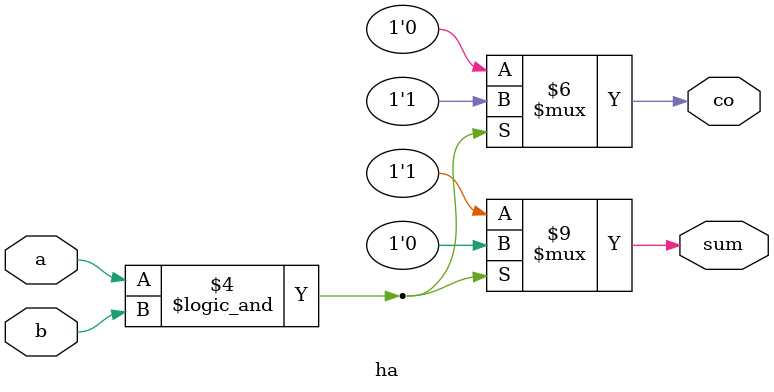
<source format=v>


`timescale 1ns/10ps

module ha (
    a,
    b,
    sum,
    co
);
// Half Adder
// sum,co - outputs
// a,b - inputs

input a;
input b;
output sum;
reg sum;
output co;
reg co;




always @(b, a) begin: HA_COMB
    if (((a == 1) && (b == 1))) begin
        sum = 0;
        co = 1;
    end
    else begin
        sum = 1;
        co = 0;
    end
end

endmodule

</source>
